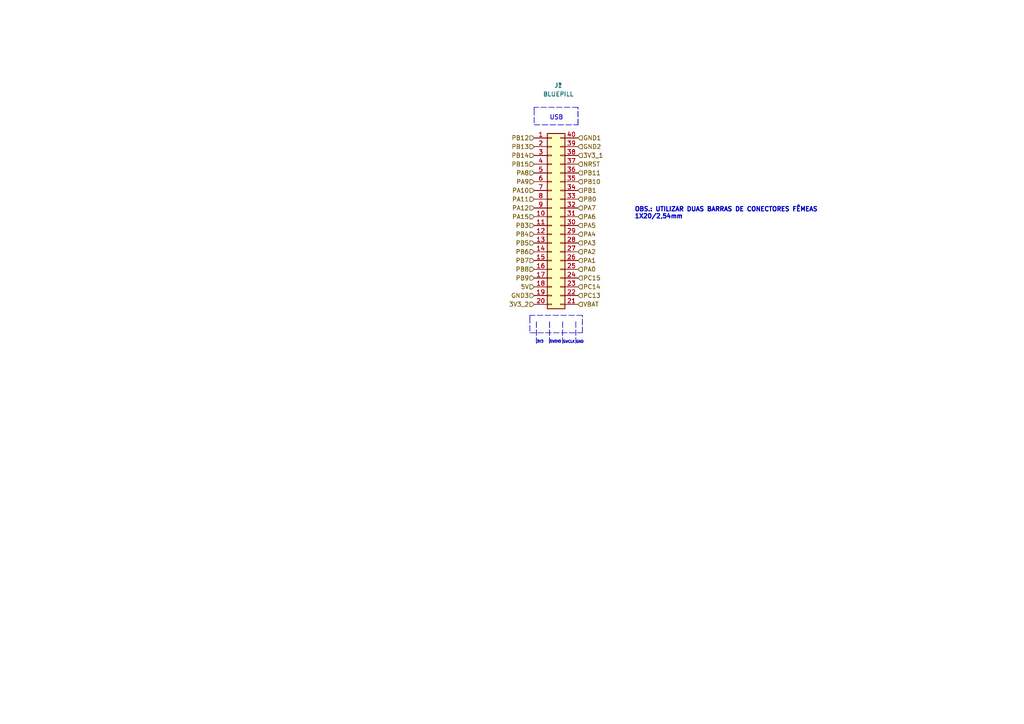
<source format=kicad_sch>
(kicad_sch (version 20211123) (generator eeschema)
  (paper "A4")
  (title_block (title "Bluepill  (STM32) Conector") (date "2022-05-12") (rev "v1.0"))
  (lib_symbols
    (symbol "Connector_Generic:Conn_02x20_Counter_Clockwise" (pin_names (offset 1.016) hide)
      (property "Reference" "J" (at 1.27 25.4 0))
      (property "Value" "Conn_02x20_Counter_Clockwise" (at 1.27 -27.94 0))
      (symbol "Conn_02x20_Counter_Clockwise_1_1"
        (rectangle (start -1.27 -25.273) (end 0 -25.527) (stroke (width 0.1524)))
        (rectangle (start -1.27 -22.733) (end 0 -22.987) (stroke (width 0.1524)))
        (rectangle (start -1.27 -20.193) (end 0 -20.447) (stroke (width 0.1524)))
        (rectangle (start -1.27 -17.653) (end 0 -17.907) (stroke (width 0.1524)))
        (rectangle (start -1.27 -15.113) (end 0 -15.367) (stroke (width 0.1524)))
        (rectangle (start -1.27 -12.573) (end 0 -12.827) (stroke (width 0.1524)))
        (rectangle (start -1.27 -10.033) (end 0 -10.287) (stroke (width 0.1524)))
        (rectangle (start -1.27 -7.493) (end 0 -7.747) (stroke (width 0.1524)))
        (rectangle (start -1.27 -4.953) (end 0 -5.207) (stroke (width 0.1524)))
        (rectangle (start -1.27 -2.413) (end 0 -2.667) (stroke (width 0.1524)))
        (rectangle (start -1.27 0.127) (end 0 -0.127) (stroke (width 0.1524)))
        (rectangle (start -1.27 2.667) (end 0 2.413) (stroke (width 0.1524)))
        (rectangle (start -1.27 5.207) (end 0 4.953) (stroke (width 0.1524)))
        (rectangle (start -1.27 7.747) (end 0 7.493) (stroke (width 0.1524)))
        (rectangle (start -1.27 10.287) (end 0 10.033) (stroke (width 0.1524)))
        (rectangle (start -1.27 12.827) (end 0 12.573) (stroke (width 0.1524)))
        (rectangle (start -1.27 15.367) (end 0 15.113) (stroke (width 0.1524)))
        (rectangle (start -1.27 17.907) (end 0 17.653) (stroke (width 0.1524)))
        (rectangle (start -1.27 20.447) (end 0 20.193) (stroke (width 0.1524)))
        (rectangle (start -1.27 22.987) (end 0 22.733) (stroke (width 0.1524)))
        (rectangle (start -1.27 24.13) (end 3.81 -26.67) (stroke (width 0.254)) (fill (type background)))
        (rectangle (start 3.81 -25.273) (end 2.54 -25.527) (stroke (width 0.1524)))
        (rectangle (start 3.81 -22.733) (end 2.54 -22.987) (stroke (width 0.1524)))
        (rectangle (start 3.81 -20.193) (end 2.54 -20.447) (stroke (width 0.1524)))
        (rectangle (start 3.81 -17.653) (end 2.54 -17.907) (stroke (width 0.1524)))
        (rectangle (start 3.81 -15.113) (end 2.54 -15.367) (stroke (width 0.1524)))
        (rectangle (start 3.81 -12.573) (end 2.54 -12.827) (stroke (width 0.1524)))
        (rectangle (start 3.81 -10.033) (end 2.54 -10.287) (stroke (width 0.1524)))
        (rectangle (start 3.81 -7.493) (end 2.54 -7.747) (stroke (width 0.1524)))
        (rectangle (start 3.81 -4.953) (end 2.54 -5.207) (stroke (width 0.1524)))
        (rectangle (start 3.81 -2.413) (end 2.54 -2.667) (stroke (width 0.1524)))
        (rectangle (start 3.81 0.127) (end 2.54 -0.127) (stroke (width 0.1524)))
        (rectangle (start 3.81 2.667) (end 2.54 2.413) (stroke (width 0.1524)))
        (rectangle (start 3.81 5.207) (end 2.54 4.953) (stroke (width 0.1524)))
        (rectangle (start 3.81 7.747) (end 2.54 7.493) (stroke (width 0.1524)))
        (rectangle (start 3.81 10.287) (end 2.54 10.033) (stroke (width 0.1524)))
        (rectangle (start 3.81 12.827) (end 2.54 12.573) (stroke (width 0.1524)))
        (rectangle (start 3.81 15.367) (end 2.54 15.113) (stroke (width 0.1524)))
        (rectangle (start 3.81 17.907) (end 2.54 17.653) (stroke (width 0.1524)))
        (rectangle (start 3.81 20.447) (end 2.54 20.193) (stroke (width 0.1524)))
        (rectangle (start 3.81 22.987) (end 2.54 22.733) (stroke (width 0.1524)))
        (pin passive line (at -5.08 22.86 0) (length 3.81) (name "Pin_1") (number "1"))
        (pin passive line (at -5.08 0 0) (length 3.81) (name "Pin_10") (number "10"))
        (pin passive line (at -5.08 -2.54 0) (length 3.81) (name "Pin_11") (number "11"))
        (pin passive line (at -5.08 -5.08 0) (length 3.81) (name "Pin_12") (number "12"))
        (pin passive line (at -5.08 -7.62 0) (length 3.81) (name "Pin_13") (number "13"))
        (pin passive line (at -5.08 -10.16 0) (length 3.81) (name "Pin_14") (number "14"))
        (pin passive line (at -5.08 -12.7 0) (length 3.81) (name "Pin_15") (number "15"))
        (pin passive line (at -5.08 -15.24 0) (length 3.81) (name "Pin_16") (number "16"))
        (pin passive line (at -5.08 -17.78 0) (length 3.81) (name "Pin_17") (number "17"))
        (pin passive line (at -5.08 -20.32 0) (length 3.81) (name "Pin_18") (number "18"))
        (pin passive line (at -5.08 -22.86 0) (length 3.81) (name "Pin_19") (number "19"))
        (pin passive line (at -5.08 20.32 0) (length 3.81) (name "Pin_2") (number "2"))
        (pin passive line (at -5.08 -25.4 0) (length 3.81) (name "Pin_20") (number "20"))
        (pin passive line (at 7.62 -25.4 180) (length 3.81) (name "Pin_21") (number "21"))
        (pin passive line (at 7.62 -22.86 180) (length 3.81) (name "Pin_22") (number "22"))
        (pin passive line (at 7.62 -20.32 180) (length 3.81) (name "Pin_23") (number "23"))
        (pin passive line (at 7.62 -17.78 180) (length 3.81) (name "Pin_24") (number "24"))
        (pin passive line (at 7.62 -15.24 180) (length 3.81) (name "Pin_25") (number "25"))
        (pin passive line (at 7.62 -12.7 180) (length 3.81) (name "Pin_26") (number "26"))
        (pin passive line (at 7.62 -10.16 180) (length 3.81) (name "Pin_27") (number "27"))
        (pin passive line (at 7.62 -7.62 180) (length 3.81) (name "Pin_28") (number "28"))
        (pin passive line (at 7.62 -5.08 180) (length 3.81) (name "Pin_29") (number "29"))
        (pin passive line (at -5.08 17.78 0) (length 3.81) (name "Pin_3") (number "3"))
        (pin passive line (at 7.62 -2.54 180) (length 3.81) (name "Pin_30") (number "30"))
        (pin passive line (at 7.62 0 180) (length 3.81) (name "Pin_31") (number "31"))
        (pin passive line (at 7.62 2.54 180) (length 3.81) (name "Pin_32") (number "32"))
        (pin passive line (at 7.62 5.08 180) (length 3.81) (name "Pin_33") (number "33"))
        (pin passive line (at 7.62 7.62 180) (length 3.81) (name "Pin_34") (number "34"))
        (pin passive line (at 7.62 10.16 180) (length 3.81) (name "Pin_35") (number "35"))
        (pin passive line (at 7.62 12.7 180) (length 3.81) (name "Pin_36") (number "36"))
        (pin passive line (at 7.62 15.24 180) (length 3.81) (name "Pin_37") (number "37"))
        (pin passive line (at 7.62 17.78 180) (length 3.81) (name "Pin_38") (number "38"))
        (pin passive line (at 7.62 20.32 180) (length 3.81) (name "Pin_39") (number "39"))
        (pin passive line (at -5.08 15.24 0) (length 3.81) (name "Pin_4") (number "4"))
        (pin passive line (at 7.62 22.86 180) (length 3.81) (name "Pin_40") (number "40"))
        (pin passive line (at -5.08 12.7 0) (length 3.81) (name "Pin_5") (number "5"))
        (pin passive line (at -5.08 10.16 0) (length 3.81) (name "Pin_6") (number "6"))
        (pin passive line (at -5.08 7.62 0) (length 3.81) (name "Pin_7") (number "7"))
        (pin passive line (at -5.08 5.08 0) (length 3.81) (name "Pin_8") (number "8"))
        (pin passive line (at -5.08 2.54 0) (length 3.81) (name "Pin_9") (number "9"))
      )
    )
  )
  (polyline (pts (xy 154.94 36.195) (xy 167.64 36.195)))
  (polyline (pts (xy 154.94 36.195) (xy 167.64 36.195)))
  (polyline (pts (xy 167.64 31.115) (xy 154.94 31.115)))
  (polyline (pts (xy 167.64 31.115) (xy 154.94 31.115)))
  (polyline (pts (xy 155.575 93.345) (xy 155.575 99.695)))
  (polyline (pts (xy 155.575 93.345) (xy 155.575 99.695)))
  (polyline (pts (xy 154.94 31.75) (xy 154.94 36.195)))
  (polyline (pts (xy 154.94 31.75) (xy 154.94 36.195)))
  (polyline (pts (xy 153.67 92.075) (xy 153.67 96.52)))
  (polyline (pts (xy 153.67 92.075) (xy 153.67 96.52)))
  (polyline (pts (xy 168.91 96.52) (xy 168.91 91.44)))
  (polyline (pts (xy 168.91 96.52) (xy 168.91 91.44)))
  (polyline (pts (xy 153.67 91.44) (xy 153.67 92.075)))
  (polyline (pts (xy 153.67 91.44) (xy 153.67 92.075)))
  (polyline (pts (xy 154.94 31.115) (xy 154.94 31.75)))
  (polyline (pts (xy 154.94 31.115) (xy 154.94 31.75)))
  (polyline (pts (xy 153.67 96.52) (xy 168.91 96.52)))
  (polyline (pts (xy 153.67 96.52) (xy 168.91 96.52)))
  (polyline (pts (xy 159.385 93.345) (xy 159.385 99.695)))
  (polyline (pts (xy 159.385 93.345) (xy 159.385 99.695)))
  (polyline (pts (xy 168.91 91.44) (xy 154.305 91.44)))
  (polyline (pts (xy 168.91 91.44) (xy 154.305 91.44)))
  (polyline (pts (xy 154.305 91.44) (xy 153.67 91.44)))
  (polyline (pts (xy 154.305 91.44) (xy 153.67 91.44)))
  (polyline (pts (xy 167.005 93.345) (xy 167.005 99.695)))
  (polyline (pts (xy 167.005 93.345) (xy 167.005 99.695)))
  (polyline (pts (xy 167.64 36.195) (xy 167.64 31.115)))
  (polyline (pts (xy 167.64 36.195) (xy 167.64 31.115)))
  (polyline (pts (xy 163.195 93.345) (xy 163.195 99.695)))
  (polyline (pts (xy 163.195 93.345) (xy 163.195 99.695)))
  (text "USB" (at 159.385 34.925 0) (effects (font (size 1.27 1.27)) (justify left bottom)))
  (text "USB" (at 159.385 34.925 0) (effects (font (size 1.27 1.27)) (justify left bottom)))
  (text "SWCLK" (at 163.195 99.695 0) (effects (font (size 0.7 0.7)) (justify left bottom)))
  (text "SWCLK" (at 163.195 99.695 0) (effects (font (size 0.7 0.7)) (justify left bottom)))
  (text "SWDIO" (at 159.385 99.6421 0) (effects (font (size 0.7 0.7)) (justify left bottom)))
  (text "SWDIO" (at 159.385 99.6421 0) (effects (font (size 0.7 0.7)) (justify left bottom)))
  (text "GND" (at 167.005 99.695 0) (effects (font (size 0.7 0.7)) (justify left bottom)))
  (text "GND" (at 167.005 99.695 0) (effects (font (size 0.7 0.7)) (justify left bottom)))
  (text "OBS.: UTILIZAR DUAS BARRAS DE CONECTORES FÊMEAS\n1X20/2,54mm" (at 184.023 63.627 0) (effects (font (size 1.27 1.27) (thickness 0.254) bold) (justify left bottom)))
  (text "OBS.: UTILIZAR DUAS BARRAS DE CONECTORES FÊMEAS\n1X20/2,54mm" (at 184.023 63.627 0) (effects (font (size 1.27 1.27) (thickness 0.254) bold) (justify left bottom)))
  (text "3V3" (at 155.575 99.6421 0) (effects (font (size 0.7 0.7)) (justify left bottom)))
  (text "3V3" (at 155.575 99.6421 0) (effects (font (size 0.7 0.7)) (justify left bottom)))
  (hierarchical_label "PA2" (shape input) (at 167.64 73.025 0))
  (hierarchical_label "PA2" (shape input) (at 167.64 73.025 0))
  (hierarchical_label "GND1" (shape input) (at 167.64 40.005 0))
  (hierarchical_label "GND1" (shape input) (at 167.64 40.005 0))
  (hierarchical_label "PB6" (shape input) (at 154.94 73.025 180))
  (hierarchical_label "PB6" (shape input) (at 154.94 73.025 180))
  (hierarchical_label "PB15" (shape input) (at 154.94 47.625 180))
  (hierarchical_label "PB15" (shape input) (at 154.94 47.625 180))
  (hierarchical_label "GND2" (shape input) (at 167.64 42.545 0))
  (hierarchical_label "GND2" (shape input) (at 167.64 42.545 0))
  (hierarchical_label "PB3" (shape input) (at 154.94 65.405 180))
  (hierarchical_label "PB3" (shape input) (at 154.94 65.405 180))
  (hierarchical_label "PA3" (shape input) (at 167.64 70.485 0))
  (hierarchical_label "PA3" (shape input) (at 167.64 70.485 0))
  (hierarchical_label "PB8" (shape input) (at 154.94 78.105 180))
  (hierarchical_label "PB8" (shape input) (at 154.94 78.105 180))
  (hierarchical_label "3V3_1" (shape input) (at 167.64 45.085 0))
  (hierarchical_label "3V3_1" (shape input) (at 167.64 45.085 0))
  (hierarchical_label "PC15" (shape input) (at 167.64 80.645 0))
  (hierarchical_label "PC15" (shape input) (at 167.64 80.645 0))
  (hierarchical_label "PA0" (shape input) (at 167.64 78.105 0))
  (hierarchical_label "PA0" (shape input) (at 167.64 78.105 0))
  (hierarchical_label "3V3_2" (shape input) (at 154.94 88.265 180))
  (hierarchical_label "3V3_2" (shape input) (at 154.94 88.265 180))
  (hierarchical_label "PB13" (shape input) (at 154.94 42.545 180))
  (hierarchical_label "PB13" (shape input) (at 154.94 42.545 180))
  (hierarchical_label "VBAT" (shape input) (at 167.64 88.265 0))
  (hierarchical_label "VBAT" (shape input) (at 167.64 88.265 0))
  (hierarchical_label "PA9" (shape input) (at 154.94 52.705 180))
  (hierarchical_label "PA9" (shape input) (at 154.94 52.705 180))
  (hierarchical_label "PB9" (shape input) (at 154.94 80.645 180))
  (hierarchical_label "PB9" (shape input) (at 154.94 80.645 180))
  (hierarchical_label "PB12" (shape input) (at 154.94 40.005 180))
  (hierarchical_label "PB12" (shape input) (at 154.94 40.005 180))
  (hierarchical_label "PC13" (shape input) (at 167.64 85.725 0))
  (hierarchical_label "PC13" (shape input) (at 167.64 85.725 0))
  (hierarchical_label "PA7" (shape input) (at 167.64 60.325 0))
  (hierarchical_label "PA7" (shape input) (at 167.64 60.325 0))
  (hierarchical_label "PA5" (shape input) (at 167.64 65.405 0))
  (hierarchical_label "PA5" (shape input) (at 167.64 65.405 0))
  (hierarchical_label "PB5" (shape input) (at 154.94 70.485 180))
  (hierarchical_label "PB5" (shape input) (at 154.94 70.485 180))
  (hierarchical_label "PB14" (shape input) (at 154.94 45.085 180))
  (hierarchical_label "PB14" (shape input) (at 154.94 45.085 180))
  (hierarchical_label "PB7" (shape input) (at 154.94 75.565 180))
  (hierarchical_label "PB7" (shape input) (at 154.94 75.565 180))
  (hierarchical_label "PA11" (shape input) (at 154.94 57.785 180))
  (hierarchical_label "PA11" (shape input) (at 154.94 57.785 180))
  (hierarchical_label "PB1" (shape input) (at 167.64 55.245 0))
  (hierarchical_label "PB1" (shape input) (at 167.64 55.245 0))
  (hierarchical_label "GND3" (shape input) (at 154.94 85.725 180))
  (hierarchical_label "GND3" (shape input) (at 154.94 85.725 180))
  (hierarchical_label "PB11" (shape input) (at 167.64 50.165 0))
  (hierarchical_label "PB11" (shape input) (at 167.64 50.165 0))
  (hierarchical_label "PB10" (shape input) (at 167.64 52.705 0))
  (hierarchical_label "PB10" (shape input) (at 167.64 52.705 0))
  (hierarchical_label "PC14" (shape input) (at 167.64 83.185 0))
  (hierarchical_label "PC14" (shape input) (at 167.64 83.185 0))
  (hierarchical_label "PA8" (shape input) (at 154.94 50.165 180))
  (hierarchical_label "PA8" (shape input) (at 154.94 50.165 180))
  (hierarchical_label "PB4" (shape input) (at 154.94 67.945 180))
  (hierarchical_label "PB4" (shape input) (at 154.94 67.945 180))
  (hierarchical_label "NRST" (shape input) (at 167.64 47.625 0))
  (hierarchical_label "NRST" (shape input) (at 167.64 47.625 0))
  (hierarchical_label "PA10" (shape input) (at 154.94 55.245 180))
  (hierarchical_label "PA10" (shape input) (at 154.94 55.245 180))
  (hierarchical_label "5V" (shape input) (at 154.94 83.185 180))
  (hierarchical_label "5V" (shape input) (at 154.94 83.185 180))
  (hierarchical_label "PA15" (shape input) (at 154.94 62.865 180))
  (hierarchical_label "PA15" (shape input) (at 154.94 62.865 180))
  (hierarchical_label "PB0" (shape input) (at 167.64 57.785 0))
  (hierarchical_label "PB0" (shape input) (at 167.64 57.785 0))
  (hierarchical_label "PA12" (shape input) (at 154.94 60.325 180))
  (hierarchical_label "PA12" (shape input) (at 154.94 60.325 180))
  (hierarchical_label "PA4" (shape input) (at 167.64 67.945 0))
  (hierarchical_label "PA4" (shape input) (at 167.64 67.945 0))
  (hierarchical_label "PA6" (shape input) (at 167.64 62.865 0))
  (hierarchical_label "PA6" (shape input) (at 167.64 62.865 0))
  (hierarchical_label "PA1" (shape input) (at 167.64 75.565 0))
  (hierarchical_label "PA1" (shape input) (at 167.64 75.565 0))
  (symbol (lib_id "Connector_Generic:Conn_02x20_Counter_Clockwise") (at 160.02 62.865 0) (unit 1)
    (property "Reference" "J1" (at 161.925 24.765 0))
    (property "Value" "BLUEPILL" (at 161.925 27.305 0))
    (property "Footprint" "Package_DIP:DIP-40_W15.24mm_Socket_LongPads" (effects hide))
  )
  (symbol (lib_id "Connector_Generic:Conn_02x20_Counter_Clockwise") (at 160.02 62.865 0) (unit 1)
    (property "Reference" "J?" (at 161.925 24.765 0))
    (property "Value" "BLUEPILL" (at 161.925 27.305 0))
    (property "Footprint" "Package_DIP:DIP-40_W15.24mm_Socket_LongPads" (effects hide))
  )
)
</source>
